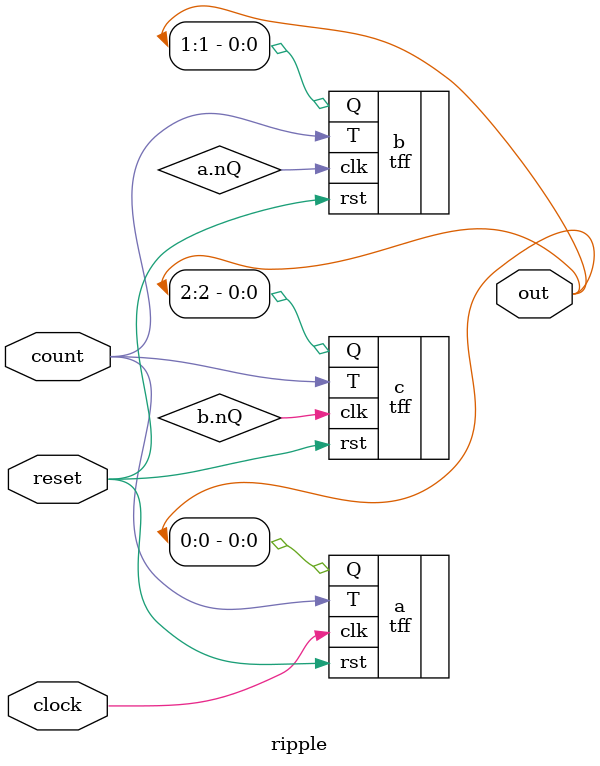
<source format=v>
module ripple(
    input count,
    input reset,
    input clock,
    output [2:0] out
    );
    
    tff a(
        .T(count),
        .clk(clock),
        .rst(reset),
        .Q(out[0])
        );

    tff b(
        .T(count),
        .clk(a.nQ),
        .rst(reset),
        .Q(out[1])
        );

    tff c(
        .T(count),
        .clk(b.nQ),
        .rst(reset),
        .Q(out[2])
        );

endmodule
</source>
